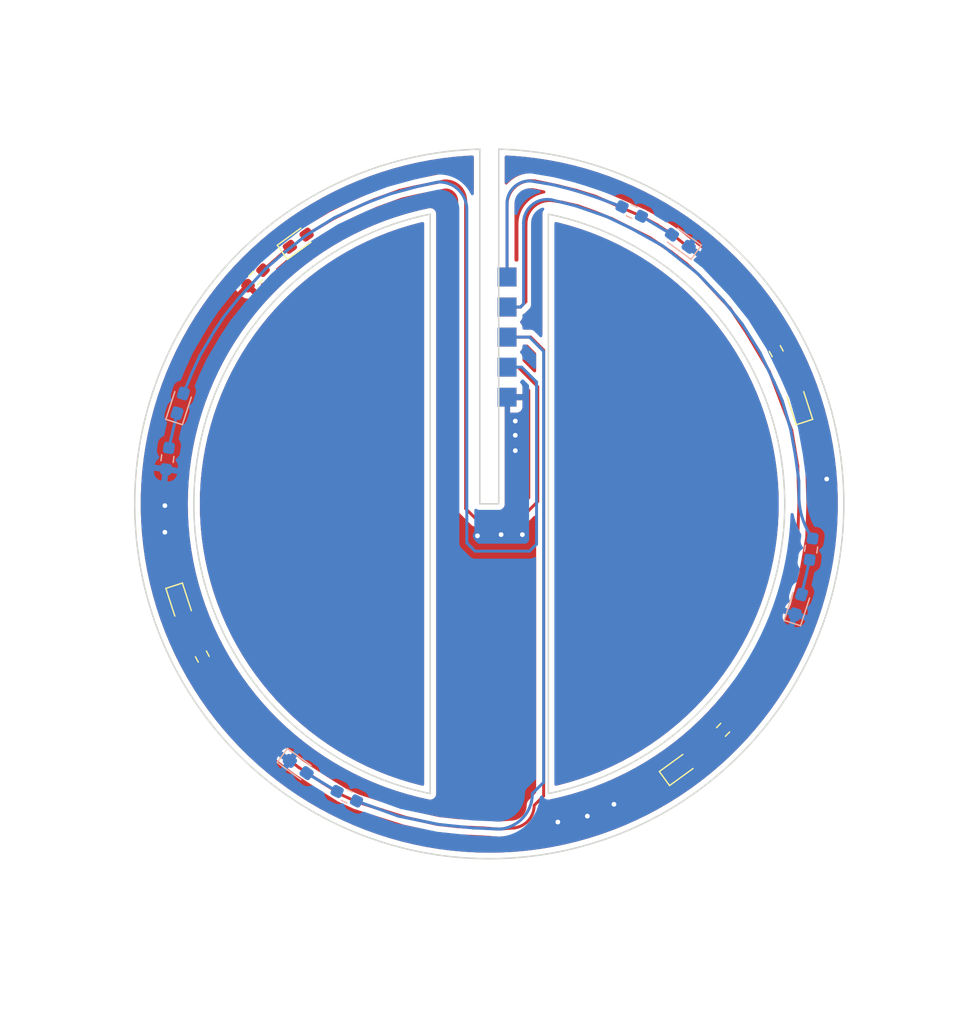
<source format=kicad_pcb>
(kicad_pcb (version 20211014) (generator pcbnew)
  (layers (0 "F.Cu" signal) (31 "B.Cu" signal) (34 "B.Paste" user) (35 "F.Paste" user) (36 "B.SilkS" user "B.Silkscreen") (37 "F.SilkS" user "F.Silkscreen") (38 "B.Mask" user) (39 "F.Mask" user) (44 "Edge.Cuts" user))
  (net 0 "")
  (net 1 "GND")
  (net 2 "Net-(D1-Pad2)")
  (net 3 "Net-(D2-Pad2)")
  (net 4 "Net-(D4-Pad2)")
  (net 5 "Net-(D5-Pad2)")
  (net 6 "Net-(D6-Pad2)")
  (net 7 "Net-(D8-Pad2)")
  (net 8 "/Main Half/AUX_LED_8")
  (net 9 "/Main Half/AUX_LED_12")
  (net 10 "/Main Half/AUX_LED_9")
  (net 11 "/Main Half/AUX_LED_13")
  (net 12 "/Main Half/AUX_LED_10")
  (net 13 "/Main Half/AUX_LED_14")
  (net 14 "/Main Half/AUX_LED_11")
  (net 15 "/Main Half/AUX_LED_15")
  (net 16 "Net-(D7-Pad1)")
  (net 17 "Net-(D3-Pad1)")
  (footprint "conn:aux_conn_5x2" (layer "F.Cu") (at 166.265927 71.068288)
    (fp_text reference "J1")
    (fp_text value "Aux side")
    (pad "1" connect rect (at -0.8 2.54) (size 1.6 1.6) (layers "F.Cu" "F.Mask") (net 8 "/Main Half/AUX_LED_8"))
    (pad "2" connect rect (at -0.8 2.54) (size 1.6 1.6) (layers "B.Cu" "F.Mask") (net 9 "/Main Half/AUX_LED_12"))
    (pad "3" connect rect (at -0.8 5.08) (size 1.6 1.6) (layers "F.Cu" "F.Mask") (net 10 "/Main Half/AUX_LED_9"))
    (pad "4" connect rect (at -0.8 5.08) (size 1.6 1.6) (layers "B.Cu" "F.Mask") (net 11 "/Main Half/AUX_LED_13"))
    (pad "5" connect rect (at -0.8 7.62) (size 1.6 1.6) (layers "F.Cu" "F.Mask") (net 14 "/Main Half/AUX_LED_11"))
    (pad "6" connect rect (at -0.8 7.62) (size 1.6 1.6) (layers "B.Cu" "F.Mask") (net 15 "/Main Half/AUX_LED_15"))
    (pad "7" connect rect (at -0.8 10.16) (size 1.6 1.6) (layers "F.Cu" "F.Mask") (net 12 "/Main Half/AUX_LED_10"))
    (pad "8" connect rect (at -0.8 10.16) (size 1.6 1.6) (layers "B.Cu" "F.Mask") (net 13 "/Main Half/AUX_LED_14"))
    (pad "9" connect rect (at -0.8 12.7) (size 1.6 1.6) (layers "F.Cu" "F.Mask") (net 1 "GND"))
    (pad "10" connect rect (at -0.8 12.7) (size 1.6 1.6) (layers "B.Cu" "F.Mask") (net 1 "GND"))
  )
  (footprint "Resistor_SMD:R_0603_1608Metric_Pad0.98x0.95mm_HandSolder" (layer "F.Cu") (at 144.184082 73.685183 -134)
    (fp_text reference "R3")
    (fp_text value "R_Small")
    (fp_line (start -0.254724 0.5225) (end 0.254724 0.5225) (layer "F.SilkS") (width 0.12))
    (fp_line (start -0.254724 -0.5225) (end 0.254724 -0.5225) (layer "F.SilkS") (width 0.12))
    (pad "1" smd roundrect (at -0.9125 0 226) (size 0.975 0.95) (layers "F.Cu" "F.Paste" "F.Mask") (net 17 "Net-(D3-Pad1)"))
    (pad "2" smd roundrect (at 0.9125 0 226) (size 0.975 0.95) (layers "F.Cu" "F.Paste" "F.Mask") (net 1 "GND"))
  )
  (footprint "Resistor_SMD:R_0603_1608Metric_Pad0.98x0.95mm_HandSolder" (layer "F.Cu") (at 183.747772 111.891393 46)
    (fp_text reference "R2")
    (fp_text value "R_Small")
    (fp_line (start -0.254724 -0.5225) (end 0.254724 -0.5225) (layer "F.SilkS") (width 0.12))
    (fp_line (start -0.254724 0.5225) (end 0.254724 0.5225) (layer "F.SilkS") (width 0.12))
    (pad "1" smd roundrect (at -0.9125 0 46) (size 0.975 0.95) (layers "F.Cu" "F.Paste" "F.Mask") (net 3 "Net-(D2-Pad2)"))
    (pad "2" smd roundrect (at 0.9125 0 46) (size 0.975 0.95) (layers "F.Cu" "F.Paste" "F.Mask") (net 10 "/Main Half/AUX_LED_9"))
  )
  (footprint "LED_SMD:LED_0603_1608Metric_Pad1.05x0.95mm_HandSolder" (layer "F.Cu") (at 190.119981 84.290321 108)
    (fp_text reference "D1")
    (fp_text value "LED")
    (fp_line (start -1.66 -0.735) (end -1.66 0.735) (layer "F.SilkS") (width 0.12))
    (fp_line (start -1.66 0.735) (end 0.8 0.735) (layer "F.SilkS") (width 0.12))
    (fp_line (start 0.8 -0.735) (end -1.66 -0.735) (layer "F.SilkS") (width 0.12))
    (pad "1" smd roundrect (at -0.875 0 108) (size 1.05 0.95) (layers "F.Cu" "F.Paste" "F.Mask") (net 1 "GND"))
    (pad "2" smd roundrect (at 0.875 0 108) (size 1.05 0.95) (layers "F.Cu" "F.Paste" "F.Mask") (net 2 "Net-(D1-Pad2)"))
  )
  (footprint "Resistor_SMD:R_0603_1608Metric_Pad0.98x0.95mm_HandSolder" (layer "F.Cu") (at 139.684868 105.698756 -62)
    (fp_text reference "R4")
    (fp_text value "R_Small")
    (fp_line (start -0.254724 -0.5225) (end 0.254724 -0.5225) (layer "F.SilkS") (width 0.12))
    (fp_line (start -0.254724 0.5225) (end 0.254724 0.5225) (layer "F.SilkS") (width 0.12))
    (pad "1" smd roundrect (at -0.9125 0 298) (size 0.975 0.95) (layers "F.Cu" "F.Paste" "F.Mask") (net 4 "Net-(D4-Pad2)"))
    (pad "2" smd roundrect (at 0.9125 0 298) (size 0.975 0.95) (layers "F.Cu" "F.Paste" "F.Mask") (net 14 "/Main Half/AUX_LED_11"))
  )
  (footprint "LED_SMD:LED_0603_1608Metric_Pad1.05x0.95mm_HandSolder" (layer "F.Cu") (at 147.801833 70.540321 36)
    (fp_text reference "D3")
    (fp_text value "LED")
    (fp_line (start 0.8 -0.735) (end -1.66 -0.735) (layer "F.SilkS") (width 0.12))
    (fp_line (start -1.66 -0.735) (end -1.66 0.735) (layer "F.SilkS") (width 0.12))
    (fp_line (start -1.66 0.735) (end 0.8 0.735) (layer "F.SilkS") (width 0.12))
    (pad "1" smd roundrect (at -0.875 0 36) (size 1.05 0.95) (layers "F.Cu" "F.Paste" "F.Mask") (net 17 "Net-(D3-Pad1)"))
    (pad "2" smd roundrect (at 0.875 0 36) (size 1.05 0.95) (layers "F.Cu" "F.Paste" "F.Mask") (net 12 "/Main Half/AUX_LED_10"))
  )
  (footprint "Resistor_SMD:R_0603_1608Metric_Pad0.98x0.95mm_HandSolder" (layer "F.Cu") (at 188.246986 79.87782 118)
    (fp_text reference "R1")
    (fp_text value "R_Small")
    (fp_line (start -0.254724 0.5225) (end 0.254724 0.5225) (layer "F.SilkS") (width 0.12))
    (fp_line (start -0.254724 -0.5225) (end 0.254724 -0.5225) (layer "F.SilkS") (width 0.12))
    (pad "1" smd roundrect (at -0.9125 0 118) (size 0.975 0.95) (layers "F.Cu" "F.Paste" "F.Mask") (net 2 "Net-(D1-Pad2)"))
    (pad "2" smd roundrect (at 0.9125 0 118) (size 0.975 0.95) (layers "F.Cu" "F.Paste" "F.Mask") (net 8 "/Main Half/AUX_LED_8"))
  )
  (footprint "LED_SMD:LED_0603_1608Metric_Pad1.05x0.95mm_HandSolder" (layer "F.Cu") (at 180.130021 115.036255 36)
    (fp_text reference "D2")
    (fp_text value "LED")
    (fp_line (start -1.66 0.735) (end 0.8 0.735) (layer "F.SilkS") (width 0.12))
    (fp_line (start 0.8 -0.735) (end -1.66 -0.735) (layer "F.SilkS") (width 0.12))
    (fp_line (start -1.66 -0.735) (end -1.66 0.735) (layer "F.SilkS") (width 0.12))
    (pad "1" smd roundrect (at -0.875 0 36) (size 1.05 0.95) (layers "F.Cu" "F.Paste" "F.Mask") (net 1 "GND"))
    (pad "2" smd roundrect (at 0.875 0 36) (size 1.05 0.95) (layers "F.Cu" "F.Paste" "F.Mask") (net 3 "Net-(D2-Pad2)"))
  )
  (footprint "LED_SMD:LED_0603_1608Metric_Pad1.05x0.95mm_HandSolder" (layer "F.Cu") (at 137.811873 101.286255 -72)
    (fp_text reference "D4")
    (fp_text value "LED")
    (fp_line (start -1.66 0.735) (end 0.8 0.735) (layer "F.SilkS") (width 0.12))
    (fp_line (start 0.8 -0.735) (end -1.66 -0.735) (layer "F.SilkS") (width 0.12))
    (fp_line (start -1.66 -0.735) (end -1.66 0.735) (layer "F.SilkS") (width 0.12))
    (pad "1" smd roundrect (at -0.875 0 288) (size 1.05 0.95) (layers "F.Cu" "F.Paste" "F.Mask") (net 1 "GND"))
    (pad "2" smd roundrect (at 0.875 0 288) (size 1.05 0.95) (layers "F.Cu" "F.Paste" "F.Mask") (net 4 "Net-(D4-Pad2)"))
  )
  (footprint "Resistor_SMD:R_0603_1608Metric_Pad0.98x0.95mm_HandSolder" (layer "B.Cu") (at 176.021134 68.071452 154)
    (fp_text reference "R5")
    (fp_text value "R_Small")
    (fp_line (start -0.254724 -0.5225) (end 0.254724 -0.5225) (layer "B.SilkS") (width 0.12))
    (fp_line (start -0.254724 0.5225) (end 0.254724 0.5225) (layer "B.SilkS") (width 0.12))
    (pad "1" smd roundrect (at -0.9125 0 154) (size 0.975 0.95) (layers "B.Cu" "B.Paste" "B.Mask") (net 5 "Net-(D5-Pad2)"))
    (pad "2" smd roundrect (at 0.9125 0 154) (size 0.975 0.95) (layers "B.Cu" "B.Paste" "B.Mask") (net 9 "/Main Half/AUX_LED_12"))
  )
  (footprint "LED_SMD:LED_0603_1608Metric_Pad1.05x0.95mm_HandSolder" (layer "B.Cu") (at 137.811873 84.290321 72)
    (fp_text reference "D7")
    (fp_text value "LED")
    (fp_line (start 0.8 0.735) (end -1.66 0.735) (layer "B.SilkS") (width 0.12))
    (fp_line (start -1.66 -0.735) (end 0.8 -0.735) (layer "B.SilkS") (width 0.12))
    (fp_line (start -1.66 0.735) (end -1.66 -0.735) (layer "B.SilkS") (width 0.12))
    (pad "1" smd roundrect (at -0.875 0 72) (size 1.05 0.95) (layers "B.Cu" "B.Paste" "B.Mask") (net 16 "Net-(D7-Pad1)"))
    (pad "2" smd roundrect (at 0.875 0 72) (size 1.05 0.95) (layers "B.Cu" "B.Paste" "B.Mask") (net 13 "/Main Half/AUX_LED_14"))
  )
  (footprint "Resistor_SMD:R_0603_1608Metric_Pad0.98x0.95mm_HandSolder" (layer "B.Cu") (at 151.91072 117.505124 -26)
    (fp_text reference "R8")
    (fp_text value "R_Small")
    (fp_line (start -0.254724 -0.5225) (end 0.254724 -0.5225) (layer "B.SilkS") (width 0.12))
    (fp_line (start -0.254724 0.5225) (end 0.254724 0.5225) (layer "B.SilkS") (width 0.12))
    (pad "1" smd roundrect (at -0.9125 0 334) (size 0.975 0.95) (layers "B.Cu" "B.Paste" "B.Mask") (net 7 "Net-(D8-Pad2)"))
    (pad "2" smd roundrect (at 0.9125 0 334) (size 0.975 0.95) (layers "B.Cu" "B.Paste" "B.Mask") (net 15 "/Main Half/AUX_LED_15"))
  )
  (footprint "LED_SMD:LED_0603_1608Metric_Pad1.05x0.95mm_HandSolder" (layer "B.Cu") (at 190.119981 101.286255 72)
    (fp_text reference "D6")
    (fp_text value "LED")
    (fp_line (start -1.66 0.735) (end -1.66 -0.735) (layer "B.SilkS") (width 0.12))
    (fp_line (start -1.66 -0.735) (end 0.8 -0.735) (layer "B.SilkS") (width 0.12))
    (fp_line (start 0.8 0.735) (end -1.66 0.735) (layer "B.SilkS") (width 0.12))
    (pad "1" smd roundrect (at -0.875 0 72) (size 1.05 0.95) (layers "B.Cu" "B.Paste" "B.Mask") (net 1 "GND"))
    (pad "2" smd roundrect (at 0.875 0 72) (size 1.05 0.95) (layers "B.Cu" "B.Paste" "B.Mask") (net 6 "Net-(D6-Pad2)"))
  )
  (footprint "Resistor_SMD:R_0603_1608Metric_Pad0.98x0.95mm_HandSolder" (layer "B.Cu") (at 136.733555 88.961028 -98)
    (fp_text reference "R7")
    (fp_text value "R_Small")
    (fp_line (start -0.254724 0.5225) (end 0.254724 0.5225) (layer "B.SilkS") (width 0.12))
    (fp_line (start -0.254724 -0.5225) (end 0.254724 -0.5225) (layer "B.SilkS") (width 0.12))
    (pad "1" smd roundrect (at -0.9125 0 262) (size 0.975 0.95) (layers "B.Cu" "B.Paste" "B.Mask") (net 16 "Net-(D7-Pad1)"))
    (pad "2" smd roundrect (at 0.9125 0 262) (size 0.975 0.95) (layers "B.Cu" "B.Paste" "B.Mask") (net 1 "GND"))
  )
  (footprint "LED_SMD:LED_0603_1608Metric_Pad1.05x0.95mm_HandSolder" (layer "B.Cu") (at 180.130021 70.540321 144)
    (fp_text reference "D5")
    (fp_text value "LED")
    (fp_line (start 0.8 0.735) (end -1.66 0.735) (layer "B.SilkS") (width 0.12))
    (fp_line (start -1.66 0.735) (end -1.66 -0.735) (layer "B.SilkS") (width 0.12))
    (fp_line (start -1.66 -0.735) (end 0.8 -0.735) (layer "B.SilkS") (width 0.12))
    (pad "1" smd roundrect (at -0.875 0 144) (size 1.05 0.95) (layers "B.Cu" "B.Paste" "B.Mask") (net 1 "GND"))
    (pad "2" smd roundrect (at 0.875 0 144) (size 1.05 0.95) (layers "B.Cu" "B.Paste" "B.Mask") (net 5 "Net-(D5-Pad2)"))
  )
  (footprint "Resistor_SMD:R_0603_1608Metric_Pad0.98x0.95mm_HandSolder" (layer "B.Cu") (at 191.198299 96.615548 82)
    (fp_text reference "R6")
    (fp_text value "R_Small")
    (fp_line (start -0.254724 0.5225) (end 0.254724 0.5225) (layer "B.SilkS") (width 0.12))
    (fp_line (start -0.254724 -0.5225) (end 0.254724 -0.5225) (layer "B.SilkS") (width 0.12))
    (pad "1" smd roundrect (at -0.9125 0 82) (size 0.975 0.95) (layers "B.Cu" "B.Paste" "B.Mask") (net 6 "Net-(D6-Pad2)"))
    (pad "2" smd roundrect (at 0.9125 0 82) (size 0.975 0.95) (layers "B.Cu" "B.Paste" "B.Mask") (net 11 "/Main Half/AUX_LED_13"))
  )
  (footprint "LED_SMD:LED_0603_1608Metric_Pad1.05x0.95mm_HandSolder" (layer "B.Cu") (at 147.801833 115.036255 -36)
    (fp_text reference "D8")
    (fp_text value "LED")
    (fp_line (start 0.8 0.735) (end -1.66 0.735) (layer "B.SilkS") (width 0.12))
    (fp_line (start -1.66 -0.735) (end 0.8 -0.735) (layer "B.SilkS") (width 0.12))
    (fp_line (start -1.66 0.735) (end -1.66 -0.735) (layer "B.SilkS") (width 0.12))
    (pad "1" smd roundrect (at -0.875 0 324) (size 1.05 0.95) (layers "B.Cu" "B.Paste" "B.Mask") (net 1 "GND"))
    (pad "2" smd roundrect (at 0.875 0 324) (size 1.05 0.95) (layers "B.Cu" "B.Paste" "B.Mask") (net 7 "Net-(D8-Pad2)"))
  )
  (gr_arc (start 163.965928 122.788288) (mid 142.894633 114.142458) (end 133.968595 93.188324) (layer "Edge.Cuts") (width 0.13))
  (gr_line (start 163.165928 92.788288) (end 164.765928 92.788288) (layer "Edge.Cuts") (width 0.13))
  (gr_arc (start 193.96326 93.188324) (mid 185.037222 114.142457) (end 163.965928 122.788288) (layer "Edge.Cuts") (width 0.13))
  (gr_arc (start 133.968595 93.188324) (mid 142.332682 72.003614) (end 163.165928 62.798957) (layer "Edge.Cuts") (width 0.13))
  (gr_arc (start 138.965928 92.788288) (mid 144.601011 76.9769) (end 158.965928 68.293391) (layer "Edge.Cuts") (width 0.13))
  (gr_line (start 164.765928 92.788288) (end 164.765928 62.798957) (layer "Edge.Cuts") (width 0.13))
  (gr_line (start 158.965928 68.293391) (end 158.965928 117.283186) (layer "Edge.Cuts") (width 0.13))
  (gr_line (start 168.965928 117.283186) (end 168.965928 68.293391) (layer "Edge.Cuts") (width 0.13))
  (gr_line (start 163.165928 62.798957) (end 163.165928 92.788288) (layer "Edge.Cuts") (width 0.13))
  (gr_arc (start 158.965928 117.283186) (mid 144.60101 108.599677) (end 138.965928 92.788288) (layer "Edge.Cuts") (width 0.13))
  (gr_arc (start 164.765928 62.798957) (mid 185.599173 72.003615) (end 193.96326 93.188324) (layer "Edge.Cuts") (width 0.13))
  (gr_arc (start 168.965928 68.293391) (mid 183.330844 76.9769) (end 188.965928 92.788288) (layer "Edge.Cuts") (width 0.13))
  (gr_arc (start 188.965928 92.788288) (mid 183.330845 108.599677) (end 168.965928 117.283186) (layer "Edge.Cuts") (width 0.13))
  (via (at 166.165927 86.988288) (size 0.8) (drill 0.4) (layers "F.Cu" "B.Cu") (net 1))
  (via (at 192.515927 90.688288) (size 0.8) (drill 0.4) (layers "F.Cu" "B.Cu") (net 1))
  (via (at 166.765927 95.388288) (size 0.8) (drill 0.4) (layers "F.Cu" "B.Cu") (net 1))
  (via (at 162.965927 95.488288) (size 0.8) (drill 0.4) (layers "F.Cu" "B.Cu") (net 1))
  (via (at 136.515927 95.188288) (size 0.8) (drill 0.4) (layers "F.Cu" "B.Cu") (net 1))
  (via (at 164.965927 95.388288) (size 0.8) (drill 0.4) (layers "F.Cu" "B.Cu") (net 1))
  (via (at 169.765927 119.688288) (size 0.8) (drill 0.4) (layers "F.Cu" "B.Cu") (net 1))
  (via (at 172.265927 119.188288) (size 0.8) (drill 0.4) (layers "F.Cu" "B.Cu") (net 1))
  (via (at 166.165927 85.788288) (size 0.8) (drill 0.4) (layers "F.Cu" "B.Cu") (net 1))
  (via (at 174.515927 118.188288) (size 0.8) (drill 0.4) (layers "F.Cu" "B.Cu") (net 1))
  (via (at 136.515927 92.938288) (size 0.8) (drill 0.4) (layers "F.Cu" "B.Cu") (net 1))
  (via (at 166.165927 88.288288) (size 0.8) (drill 0.4) (layers "F.Cu" "B.Cu") (net 1))
  (segment (start 188.675379 80.68351) (end 189.849591 83.458147) (width 0.25) (layer "F.Cu") (net 2))
  (segment (start 183.113896 112.547791) (end 180.837911 114.521943) (width 0.25) (layer "F.Cu") (net 3))
  (segment (start 138.082263 102.118429) (end 139.256475 104.893066) (width 0.25) (layer "F.Cu") (net 4))
  (segment (start 176.841284 68.471466) (end 179.422131 70.026009) (width 0.25) (layer "B.Cu") (net 5))
  (segment (start 191.071304 97.519168) (end 190.390371 100.454081) (width 0.25) (layer "B.Cu") (net 6))
  (segment (start 148.509723 115.550567) (end 151.09057 117.10511) (width 0.25) (layer "B.Cu") (net 7))
  (segment (start 186.865927 77.688288) (end 187.818593 79.07213) (width 0.25) (layer "F.Cu") (net 8))
  (segment (start 171.365927 66.288288) (end 172.965927 66.788288) (width 0.25) (layer "F.Cu") (net 8))
  (segment (start 172.965927 66.788288) (end 175.265927 67.788288) (width 0.25) (layer "F.Cu") (net 8))
  (segment (start 180.665927 70.988288) (end 182.565927 72.488288) (width 0.25) (layer "F.Cu") (net 8))
  (segment (start 169.765927 65.888288) (end 171.365927 66.288288) (width 0.25) (layer "F.Cu") (net 8))
  (segment (start 178.165927 69.188288) (end 179.565927 70.088288) (width 0.25) (layer "F.Cu") (net 8))
  (segment (start 179.565927 70.088288) (end 180.665927 70.988288) (width 0.25) (layer "F.Cu") (net 8))
  (segment (start 167.591687 65.465435) (end 167.865927 65.488288) (width 0.25) (layer "F.Cu") (net 8))
  (segment (start 184.165927 74.088288) (end 185.565927 75.788288) (width 0.25) (layer "F.Cu") (net 8))
  (segment (start 185.565927 75.788288) (end 186.865927 77.688288) (width 0.25) (layer "F.Cu") (net 8))
  (segment (start 167.865927 65.488288) (end 169.765927 65.888288) (width 0.25) (layer "F.Cu") (net 8))
  (segment (start 182.565927 72.488288) (end 184.165927 74.088288) (width 0.25) (layer "F.Cu") (net 8))
  (segment (start 175.265927 67.788288) (end 176.865927 68.488288) (width 0.25) (layer "F.Cu") (net 8))
  (segment (start 176.865927 68.488288) (end 178.165927 69.188288) (width 0.25) (layer "F.Cu") (net 8))
  (segment (start 165.465927 73.608288) (end 165.465927 67.515447) (width 0.25) (layer "F.Cu") (net 8))
  (arc (start 165.465927 67.515447) (mid 166.093303 66.038847) (end 167.591687 65.465435) (width 0.25) (layer "F.Cu") (net 8))
  (segment (start 173.065927 66.888288) (end 175.200984 67.671438) (width 0.25) (layer "B.Cu") (net 9))
  (segment (start 165.465927 73.608288) (end 165.465927 67.390778) (width 0.25) (layer "B.Cu") (net 9))
  (segment (start 167.465927 65.488288) (end 169.265927 65.788288) (width 0.25) (layer "B.Cu") (net 9))
  (segment (start 171.865927 66.488288) (end 173.065927 66.888288) (width 0.25) (layer "B.Cu") (net 9))
  (segment (start 170.865927 66.188288) (end 171.865927 66.488288) (width 0.25) (layer "B.Cu") (net 9))
  (segment (start 169.265927 65.788288) (end 170.865927 66.188288) (width 0.25) (layer "B.Cu") (net 9))
  (arc (start 165.465927 67.390778) (mid 166.057912 66.010612) (end 167.465927 65.488288) (width 0.25) (layer "B.Cu") (net 9))
  (segment (start 188.865927 101.088288) (end 189.565927 98.488288) (width 0.25) (layer "F.Cu") (net 10))
  (segment (start 171.465927 67.588288) (end 170.165927 67.288288) (width 0.25) (layer "F.Cu") (net 10))
  (segment (start 185.765927 78.388288) (end 184.365927 76.288288) (width 0.25) (layer "F.Cu") (net 10))
  (segment (start 189.565927 86.588288) (end 187.665927 81.588288) (width 0.25) (layer "F.Cu") (net 10))
  (segment (start 190.065927 89.588288) (end 189.565927 86.588288) (width 0.25) (layer "F.Cu") (net 10))
  (segment (start 170.165927 67.288288) (end 169.391784 67.163426) (width 0.25) (layer "F.Cu") (net 10))
  (segment (start 167.065927 69.144204) (end 167.065927 75.688288) (width 0.25) (layer "F.Cu") (net 10))
  (segment (start 187.665927 81.588288) (end 185.765927 78.388288) (width 0.25) (layer "F.Cu") (net 10))
  (segment (start 179.365927 71.488288) (end 177.565927 70.288288) (width 0.25) (layer "F.Cu") (net 10))
  (segment (start 166.605927 76.148288) (end 165.465927 76.148288) (width 0.25) (layer "F.Cu") (net 10))
  (segment (start 180.665927 72.488288) (end 179.365927 71.488288) (width 0.25) (layer "F.Cu") (net 10))
  (segment (start 190.065927 95.588288) (end 190.165927 92.788288) (width 0.25) (layer "F.Cu") (net 10))
  (segment (start 172.865927 68.088288) (end 171.465927 67.588288) (width 0.25) (layer "F.Cu") (net 10))
  (segment (start 190.165927 92.788288) (end 190.065927 89.588288) (width 0.25) (layer "F.Cu") (net 10))
  (segment (start 181.765927 73.488288) (end 180.665927 72.488288) (width 0.25) (layer "F.Cu") (net 10))
  (segment (start 184.365927 76.288288) (end 181.765927 73.488288) (width 0.25) (layer "F.Cu") (net 10))
  (segment (start 187.965927 103.488288) (end 188.865927 101.088288) (width 0.25) (layer "F.Cu") (net 10))
  (segment (start 174.365927 68.688288) (end 172.865927 68.088288) (width 0.25) (layer "F.Cu") (net 10))
  (segment (start 167.065927 75.688288) (end 166.605927 76.148288) (width 0.25) (layer "F.Cu") (net 10))
  (segment (start 186.565927 106.088288) (end 187.965927 103.488288) (width 0.25) (layer "F.Cu") (net 10))
  (segment (start 189.565927 98.488288) (end 190.065927 95.588288) (width 0.25) (layer "F.Cu") (net 10))
  (segment (start 184.381648 111.234995) (end 184.463724 110.881552) (width 0.25) (layer "F.Cu") (net 10))
  (segment (start 177.565927 70.288288) (end 174.365927 68.688288) (width 0.25) (layer "F.Cu") (net 10))
  (arc (start 167.065927 69.144204) (mid 167.771429 67.616699) (end 169.391784 67.163426) (width 0.25) (layer "F.Cu") (net 10))
  (arc (start 186.565927 106.088288) (mid 185.292249 108.387542) (end 184.463724 110.881552) (width 0.25) (layer "F.Cu") (net 10))
  (segment (start 181.565927 73.288288) (end 183.765927 75.588288) (width 0.25) (layer "B.Cu") (net 11))
  (segment (start 188.765927 84.088288) (end 189.465927 86.488288) (width 0.25) (layer "B.Cu") (net 11))
  (segment (start 185.365927 77.588288) (end 186.865927 79.988288) (width 0.25) (layer "B.Cu") (net 11))
  (segment (start 190.165927 90.888288) (end 190.165927 92.093242) (width 0.25) (layer "B.Cu") (net 11))
  (segment (start 169.265927 67.088288) (end 171.265927 67.588288) (width 0.25) (layer "B.Cu") (net 11))
  (segment (start 183.765927 75.588288) (end 185.365927 77.588288) (width 0.25) (layer "B.Cu") (net 11))
  (segment (start 189.865927 88.688288) (end 190.165927 90.888288) (width 0.25) (layer "B.Cu") (net 11))
  (segment (start 169.194725 67.076421) (end 169.265927 67.088288) (width 0.25) (layer "B.Cu") (net 11))
  (segment (start 188.065927 82.488288) (end 188.765927 84.088288) (width 0.25) (layer "B.Cu") (net 11))
  (segment (start 165.465927 76.148288) (end 166.605927 76.148288) (width 0.25) (layer "B.Cu") (net 11))
  (segment (start 171.265927 67.588288) (end 173.865927 68.488288) (width 0.25) (layer "B.Cu") (net 11))
  (segment (start 173.865927 68.488288) (end 175.965927 69.488288) (width 0.25) (layer "B.Cu") (net 11))
  (segment (start 186.865927 79.988288) (end 188.065927 82.488288) (width 0.25) (layer "B.Cu") (net 11))
  (segment (start 175.965927 69.488288) (end 178.665927 70.988288) (width 0.25) (layer "B.Cu") (net 11))
  (segment (start 189.465927 86.488288) (end 189.865927 88.688288) (width 0.25) (layer "B.Cu") (net 11))
  (segment (start 178.665927 70.988288) (end 181.565927 73.288288) (width 0.25) (layer "B.Cu") (net 11))
  (segment (start 166.605927 76.148288) (end 166.865927 75.888288) (width 0.25) (layer "B.Cu") (net 11))
  (segment (start 166.865927 75.888288) (end 166.865927 69.049209) (width 0.25) (layer "B.Cu") (net 11))
  (arc (start 166.865927 69.049209) (mid 167.573177 67.523169) (end 169.194725 67.076421) (width 0.25) (layer "B.Cu") (net 11))
  (arc (start 191.325294 95.711928) (mid 190.462844 93.993163) (end 190.165927 92.093242) (width 0.25) (layer "B.Cu") (net 11))
  (segment (start 168.065927 92.588288) (end 166.565927 94.088288) (width 0.25) (layer "F.Cu") (net 12))
  (segment (start 166.565927 94.088288) (end 162.865927 94.088288) (width 0.25) (layer "F.Cu") (net 12))
  (segment (start 165.465927 81.228288) (end 166.405927 81.228288) (width 0.25) (layer "F.Cu") (net 12))
  (segment (start 166.405927 81.228288) (end 168.065927 82.888288) (width 0.25) (layer "F.Cu") (net 12))
  (segment (start 156.365927 66.288288) (end 154.165927 67.088288) (width 0.25) (layer "F.Cu") (net 12))
  (segment (start 162.865927 94.088288) (end 161.965927 93.188288) (width 0.25) (layer "F.Cu") (net 12))
  (segment (start 154.165927 67.088288) (end 152.365927 67.888288) (width 0.25) (layer "F.Cu") (net 12))
  (segment (start 150.765927 68.688288) (end 149.765927 69.288288) (width 0.25) (layer "F.Cu") (net 12))
  (segment (start 161.965927 93.188288) (end 161.965927 67.191047) (width 0.25) (layer "F.Cu") (net 12))
  (segment (start 152.365927 67.888288) (end 150.765927 68.688288) (width 0.25) (layer "F.Cu") (net 12))
  (segment (start 168.065927 82.888288) (end 168.065927 92.588288) (width 0.25) (layer "F.Cu") (net 12))
  (segment (start 160.165927 65.488288) (end 157.665927 65.988288) (width 0.25) (layer "F.Cu") (net 12))
  (segment (start 157.665927 65.988288) (end 156.365927 66.288288) (width 0.25) (layer "F.Cu") (net 12))
  (segment (start 149.765927 69.288288) (end 148.509723 70.026009) (width 0.25) (layer "F.Cu") (net 12))
  (arc (start 161.965927 67.191047) (mid 161.432507 65.952163) (end 160.165927 65.488288) (width 0.25) (layer "F.Cu") (net 12))
  (segment (start 157.765927 65.988288) (end 155.565927 66.588288) (width 0.25) (layer "B.Cu") (net 13))
  (segment (start 167.365927 96.788288) (end 162.765927 96.788288) (width 0.25) (layer "B.Cu") (net 13))
  (segment (start 165.465927 81.228288) (end 166.705927 81.228288) (width 0.25) (layer "B.Cu") (net 13))
  (segment (start 138.865927 81.588288) (end 138.082263 83.458147) (width 0.25) (layer "B.Cu") (net 13))
  (segment (start 145.065927 72.888288) (end 143.865927 74.188288) (width 0.25) (layer "B.Cu") (net 13))
  (segment (start 143.865927 74.188288) (end 142.765927 75.388288) (width 0.25) (layer "B.Cu") (net 13))
  (segment (start 141.565927 76.888288) (end 140.765927 78.088288) (width 0.25) (layer "B.Cu") (net 13))
  (segment (start 146.565927 71.588288) (end 145.065927 72.888288) (width 0.25) (layer "B.Cu") (net 13))
  (segment (start 159.565927 65.588288) (end 157.765927 65.988288) (width 0.25) (layer "B.Cu") (net 13))
  (segment (start 153.465927 67.388288) (end 150.865927 68.588288) (width 0.25) (layer "B.Cu") (net 13))
  (segment (start 162.065927 96.088288) (end 162.065927 67.896273) (width 0.25) (layer "B.Cu") (net 13))
  (segment (start 139.465927 80.288288) (end 138.865927 81.588288) (width 0.25) (layer "B.Cu") (net 13))
  (segment (start 166.705927 81.228288) (end 167.965927 82.488288) (width 0.25) (layer "B.Cu") (net 13))
  (segment (start 150.865927 68.588288) (end 148.465927 70.088288) (width 0.25) (layer "B.Cu") (net 13))
  (segment (start 140.165927 79.088288) (end 139.465927 80.288288) (width 0.25) (layer "B.Cu") (net 13))
  (segment (start 167.965927 82.488288) (end 167.965927 96.188288) (width 0.25) (layer "B.Cu") (net 13))
  (segment (start 155.565927 66.588288) (end 153.465927 67.388288) (width 0.25) (layer "B.Cu") (net 13))
  (segment (start 162.765927 96.788288) (end 162.065927 96.088288) (width 0.25) (layer "B.Cu") (net 13))
  (segment (start 148.465927 70.088288) (end 146.565927 71.588288) (width 0.25) (layer "B.Cu") (net 13))
  (segment (start 142.765927 75.388288) (end 141.565927 76.888288) (width 0.25) (layer "B.Cu") (net 13))
  (segment (start 140.765927 78.088288) (end 140.165927 79.088288) (width 0.25) (layer "B.Cu") (net 13))
  (segment (start 167.965927 96.188288) (end 167.365927 96.788288) (width 0.25) (layer "B.Cu") (net 13))
  (arc (start 162.065927 67.896273) (mid 161.321139 66.19504) (end 159.565927 65.588288) (width 0.25) (layer "B.Cu") (net 13))
  (segment (start 165.465927 78.688288) (end 167.465927 78.688288) (width 0.25) (layer "F.Cu") (net 14))
  (segment (start 141.665927 108.988288) (end 140.665927 107.488288) (width 0.25) (layer "F.Cu") (net 14))
  (segment (start 163.465927 120.188288) (end 161.365927 120.088288) (width 0.25) (layer "F.Cu") (net 14))
  (segment (start 142.465927 109.988288) (end 141.665927 108.988288) (width 0.25) (layer "F.Cu") (net 14))
  (segment (start 151.465927 117.388288) (end 149.865927 116.388288) (width 0.25) (layer "F.Cu") (net 14))
  (segment (start 152.765927 117.988288) (end 151.465927 117.388288) (width 0.25) (layer "F.Cu") (net 14))
  (segment (start 164.765927 120.288288) (end 163.465927 120.188288) (width 0.25) (layer "F.Cu") (net 14))
  (segment (start 145.165927 112.888288) (end 143.765927 111.488288) (width 0.25) (layer "F.Cu") (net 14))
  (segment (start 154.965927 118.688288) (end 152.765927 117.988288) (width 0.25) (layer "F.Cu") (net 14))
  (segment (start 156.865927 119.288288) (end 154.965927 118.688288) (width 0.25) (layer "F.Cu") (net 14))
  (segment (start 161.365927 120.088288) (end 159.565927 119.888288) (width 0.25) (layer "F.Cu") (net 14))
  (segment (start 168.565927 79.788288) (end 168.565927 117.476557) (width 0.25) (layer "F.Cu") (net 14))
  (segment (start 140.665927 107.488288) (end 140.113261 106.504446) (width 0.25) (layer "F.Cu") (net 14))
  (segment (start 166.065927 120.188288) (end 164.765927 120.288288) (width 0.25) (layer "F.Cu") (net 14))
  (segment (start 149.865927 116.388288) (end 147.865927 115.088288) (width 0.25) (layer "F.Cu") (net 14))
  (segment (start 168.565927 117.476557) (end 167.765927 118.276557) (width 0.25) (layer "F.Cu") (net 14))
  (segment (start 167.465927 78.688288) (end 168.565927 79.788288) (width 0.25) (layer "F.Cu") (net 14))
  (segment (start 146.165927 113.788288) (end 145.165927 112.888288) (width 0.25) (layer "F.Cu") (net 14))
  (segment (start 143.765927 111.488288) (end 142.465927 109.988288) (width 0.25) (layer "F.Cu") (net 14))
  (segment (start 147.865927 115.088288) (end 146.165927 113.788288) (width 0.25) (layer "F.Cu") (net 14))
  (segment (start 159.565927 119.888288) (end 156.865927 119.288288) (width 0.25) (layer "F.Cu") (net 14))
  (arc (start 167.765927 118.276557) (mid 167.279454 119.555691) (end 166.065927 120.188288) (width 0.25) (layer "F.Cu") (net 14))
  (segment (start 165.465927 78.688288) (end 167.365927 78.688288) (width 0.25) (layer "B.Cu") (net 15))
  (segment (start 168.565927 116.326954) (end 167.615927 117.276954) (width 0.25) (layer "B.Cu") (net 15))
  (segment (start 159.665927 119.888288) (end 156.265927 119.188288) (width 0.25) (layer "B.Cu") (net 15))
  (segment (start 167.365927 78.688288) (end 168.565927 79.888288) (width 0.25) (layer "B.Cu") (net 15))
  (segment (start 164.865927 120.288288) (end 162.565927 120.188288) (width 0.25) (layer "B.Cu") (net 15))
  (segment (start 162.565927 120.188288) (end 159.665927 119.888288) (width 0.25) (layer "B.Cu") (net 15))
  (segment (start 156.265927 119.188288) (end 152.73087 117.905138) (width 0.25) (layer "B.Cu") (net 15))
  (segment (start 168.565927 79.888288) (end 168.565927 116.326954) (width 0.25) (layer "B.Cu") (net 15))
  (arc (start 167.615927 117.276954) (mid 166.824981 119.315986) (end 164.865927 120.288288) (width 0.25) (layer "B.Cu") (net 15))
  (segment (start 137.541483 85.122495) (end 136.86055 88.057408) (width 0.25) (layer "B.Cu") (net 16))
  (segment (start 144.817958 73.028785) (end 147.093943 71.054633) (width 0.25) (layer "F.Cu") (net 17))
  (zone (net 1) (net_name "GND") (layers F&B.Cu) (connect_pads (clearance 0.508)) (min_thickness 0.254) (fill yes (thermal_gap 0.508) (thermal_bridge_width 0.508) (island_removal_mode 1) (island_area_min 0))
    (polygon (pts (xy 200.265927 136.788288) (xy 122.565927 130.688288) (xy 126.565927 52.488288) (xy 126.365927 52.388288) (xy 204.065927 50.188288)))
  )
)
</source>
